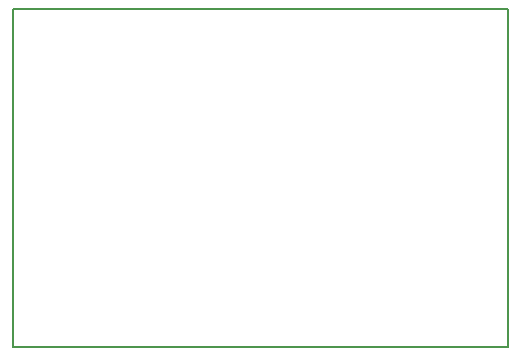
<source format=gbr>
G04 #@! TF.FileFunction,Profile,NP*
%FSLAX46Y46*%
G04 Gerber Fmt 4.6, Leading zero omitted, Abs format (unit mm)*
G04 Created by KiCad (PCBNEW 4.0.7) date 05/27/18 15:14:11*
%MOMM*%
%LPD*%
G01*
G04 APERTURE LIST*
%ADD10C,0.100000*%
%ADD11C,0.150000*%
G04 APERTURE END LIST*
D10*
D11*
X55118000Y-68122800D02*
X55118000Y-68173600D01*
X97028000Y-68122800D02*
X55118000Y-68122800D01*
X97028000Y-96672400D02*
X97028000Y-68122800D01*
X55118000Y-96672400D02*
X97028000Y-96672400D01*
X55118000Y-68122800D02*
X55118000Y-96672400D01*
M02*

</source>
